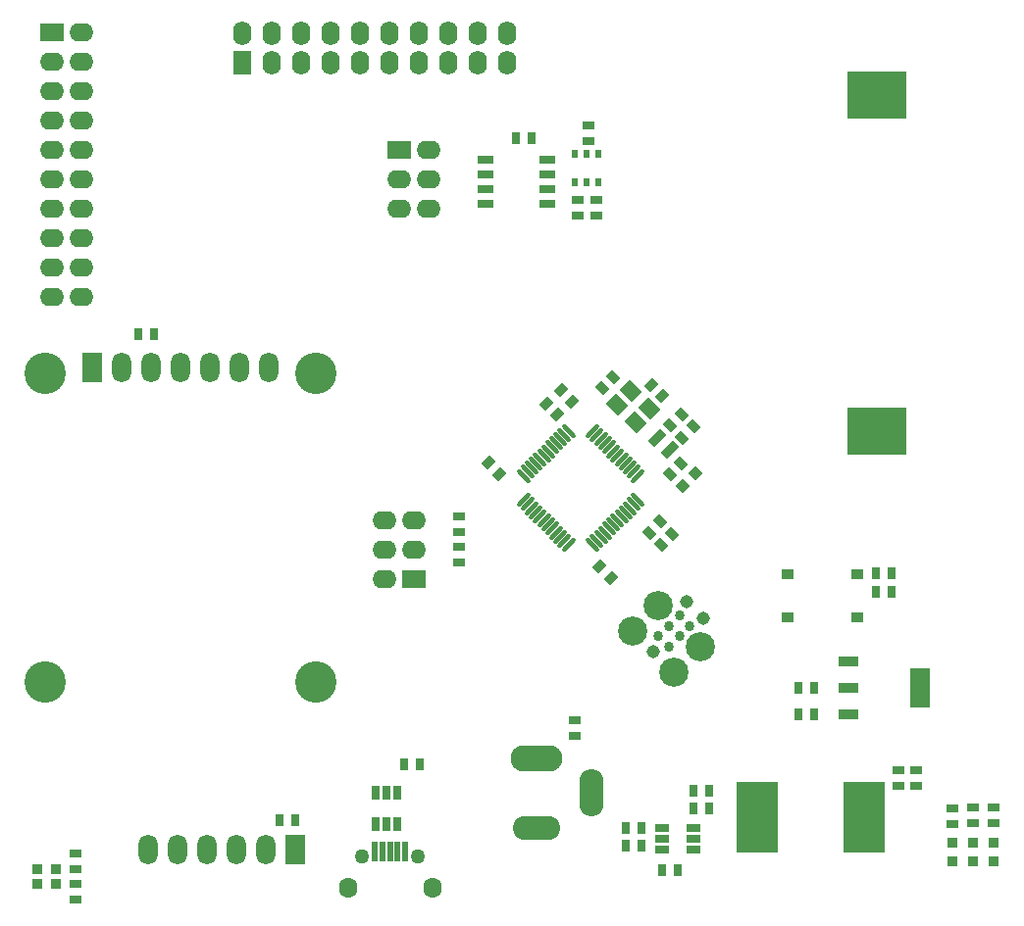
<source format=gts>
G04*
G04 #@! TF.GenerationSoftware,Altium Limited,Altium Designer,19.0.15 (446)*
G04*
G04 Layer_Color=8388736*
%FSLAX25Y25*%
%MOIN*%
G70*
G01*
G75*
%ADD39R,0.01874X0.06598*%
%ADD40R,0.04039X0.03055*%
%ADD41R,0.06598X0.13685*%
%ADD42R,0.06598X0.03646*%
%ADD43R,0.05811X0.02661*%
%ADD44R,0.01874X0.02661*%
G04:AMPARAMS|DCode=45|XSize=30.55mil|YSize=40.39mil|CornerRadius=0mil|HoleSize=0mil|Usage=FLASHONLY|Rotation=315.000|XOffset=0mil|YOffset=0mil|HoleType=Round|Shape=Rectangle|*
%AMROTATEDRECTD45*
4,1,4,-0.02508,-0.00348,0.00348,0.02508,0.02508,0.00348,-0.00348,-0.02508,-0.02508,-0.00348,0.0*
%
%ADD45ROTATEDRECTD45*%

G04:AMPARAMS|DCode=46|XSize=30.55mil|YSize=40.39mil|CornerRadius=0mil|HoleSize=0mil|Usage=FLASHONLY|Rotation=225.000|XOffset=0mil|YOffset=0mil|HoleType=Round|Shape=Rectangle|*
%AMROTATEDRECTD46*
4,1,4,-0.00348,0.02508,0.02508,-0.00348,0.00348,-0.02508,-0.02508,0.00348,-0.00348,0.02508,0.0*
%
%ADD46ROTATEDRECTD46*%

G04:AMPARAMS|DCode=47|XSize=30.55mil|YSize=58.11mil|CornerRadius=0mil|HoleSize=0mil|Usage=FLASHONLY|Rotation=315.000|XOffset=0mil|YOffset=0mil|HoleType=Round|Shape=Rectangle|*
%AMROTATEDRECTD47*
4,1,4,-0.03135,-0.00974,0.00974,0.03135,0.03135,0.00974,-0.00974,-0.03135,-0.03135,-0.00974,0.0*
%
%ADD47ROTATEDRECTD47*%

G04:AMPARAMS|DCode=48|XSize=58.11mil|YSize=50.24mil|CornerRadius=0mil|HoleSize=0mil|Usage=FLASHONLY|Rotation=315.000|XOffset=0mil|YOffset=0mil|HoleType=Round|Shape=Rectangle|*
%AMROTATEDRECTD48*
4,1,4,-0.03831,0.00278,-0.00278,0.03831,0.03831,-0.00278,0.00278,-0.03831,-0.03831,0.00278,0.0*
%
%ADD48ROTATEDRECTD48*%

%ADD49P,0.04877X4X90.0*%
%ADD50C,0.03398*%
G04:AMPARAMS|DCode=51|XSize=14.8mil|YSize=60.08mil|CornerRadius=0mil|HoleSize=0mil|Usage=FLASHONLY|Rotation=315.000|XOffset=0mil|YOffset=0mil|HoleType=Round|Shape=Round|*
%AMOVALD51*
21,1,0.04528,0.01480,0.00000,0.00000,45.0*
1,1,0.01480,-0.01601,-0.01601*
1,1,0.01480,0.01601,0.01601*
%
%ADD51OVALD51*%

G04:AMPARAMS|DCode=52|XSize=14.8mil|YSize=60.08mil|CornerRadius=0mil|HoleSize=0mil|Usage=FLASHONLY|Rotation=225.000|XOffset=0mil|YOffset=0mil|HoleType=Round|Shape=Round|*
%AMOVALD52*
21,1,0.04528,0.01480,0.00000,0.00000,315.0*
1,1,0.01480,-0.01601,0.01601*
1,1,0.01480,0.01601,-0.01601*
%
%ADD52OVALD52*%

%ADD53R,0.03055X0.04039*%
%ADD54R,0.03449X0.03449*%
%ADD55R,0.04630X0.02661*%
%ADD56R,0.03449X0.03449*%
%ADD57R,0.02661X0.04630*%
%ADD58R,0.19984X0.16047*%
%ADD59R,0.04236X0.03252*%
%ADD60R,0.14079X0.23921*%
%ADD61O,0.08173X0.16047*%
%ADD62O,0.17622X0.08961*%
%ADD63O,0.16047X0.08173*%
%ADD64O,0.06205X0.06992*%
%ADD65C,0.05024*%
%ADD66O,0.06598X0.10142*%
%ADD67R,0.06598X0.10142*%
%ADD68C,0.14079*%
%ADD69C,0.04500*%
%ADD70C,0.09949*%
%ADD71O,0.06205X0.08173*%
%ADD72R,0.06205X0.08173*%
%ADD73O,0.08173X0.06205*%
%ADD74R,0.08173X0.06205*%
D39*
X141142Y21874D02*
D03*
X130905D02*
D03*
X133465D02*
D03*
X136024D02*
D03*
X138583D02*
D03*
D40*
X198787Y61354D02*
D03*
Y66669D02*
D03*
X159300Y130688D02*
D03*
Y136003D02*
D03*
Y120485D02*
D03*
Y125800D02*
D03*
X203400Y268915D02*
D03*
Y263600D02*
D03*
X199665Y243684D02*
D03*
Y238369D02*
D03*
X206037D02*
D03*
Y243684D02*
D03*
X341287Y31791D02*
D03*
Y37106D02*
D03*
X327287Y31476D02*
D03*
Y36791D02*
D03*
X334287Y31791D02*
D03*
Y37106D02*
D03*
X308787Y49669D02*
D03*
Y44354D02*
D03*
X29000Y16000D02*
D03*
Y21315D02*
D03*
Y11000D02*
D03*
Y5685D02*
D03*
X314787Y49669D02*
D03*
Y44354D02*
D03*
D41*
X316000Y77669D02*
D03*
D42*
X291787Y86724D02*
D03*
Y77669D02*
D03*
Y68614D02*
D03*
D43*
X189332Y242200D02*
D03*
Y247200D02*
D03*
Y252200D02*
D03*
Y257200D02*
D03*
X168466Y242200D02*
D03*
Y247200D02*
D03*
Y252200D02*
D03*
Y257200D02*
D03*
D44*
X206637Y259442D02*
D03*
X202700D02*
D03*
X198763D02*
D03*
X206637Y249600D02*
D03*
X202700D02*
D03*
X198763D02*
D03*
D45*
X224787Y180669D02*
D03*
X228546Y176911D02*
D03*
X192787Y170669D02*
D03*
X189029Y174427D02*
D03*
X194029Y178831D02*
D03*
X197787Y175072D02*
D03*
X173258Y150462D02*
D03*
X169500Y154220D02*
D03*
X210958Y115142D02*
D03*
X207200Y118900D02*
D03*
D46*
X231287Y166969D02*
D03*
X235046Y170728D02*
D03*
X239021Y166552D02*
D03*
X235263Y162794D02*
D03*
X211751Y183428D02*
D03*
X207993Y179669D02*
D03*
X231087Y150369D02*
D03*
X234846Y154128D02*
D03*
X224029Y130475D02*
D03*
X227787Y134234D02*
D03*
X228029Y126300D02*
D03*
X231787Y130058D02*
D03*
D47*
X226787Y162669D02*
D03*
X230963Y158493D02*
D03*
D48*
X213172Y174061D02*
D03*
X219297Y167937D02*
D03*
X224029Y172669D02*
D03*
X217905Y178794D02*
D03*
D49*
X235433Y146315D02*
D03*
X239887Y150769D02*
D03*
D50*
X227252Y95205D02*
D03*
X230787Y91669D02*
D03*
Y98740D02*
D03*
X237859D02*
D03*
X234323Y102276D02*
D03*
Y95205D02*
D03*
D51*
X214637Y155343D02*
D03*
X216029Y153951D02*
D03*
X220205Y149776D02*
D03*
X217421Y152559D02*
D03*
X218813Y151168D02*
D03*
X207678Y162303D02*
D03*
X209069Y160911D02*
D03*
X204894Y165087D02*
D03*
X206286Y163695D02*
D03*
X211853Y158127D02*
D03*
X213245Y156735D02*
D03*
X210461Y159519D02*
D03*
X191113Y131819D02*
D03*
X195289Y127644D02*
D03*
X196681Y126252D02*
D03*
X192505Y130428D02*
D03*
X193897Y129036D02*
D03*
X184154Y138779D02*
D03*
X185546Y137387D02*
D03*
X181370Y141563D02*
D03*
X182762Y140171D02*
D03*
X188330Y134603D02*
D03*
X189722Y133211D02*
D03*
X186938Y135995D02*
D03*
D52*
X220205Y141563D02*
D03*
X218813Y140171D02*
D03*
X217421Y138779D02*
D03*
X216029Y137387D02*
D03*
X214637Y135995D02*
D03*
X213245Y134603D02*
D03*
X211853Y133211D02*
D03*
X210461Y131819D02*
D03*
X209069Y130428D02*
D03*
X207678Y129036D02*
D03*
X206286Y127644D02*
D03*
X204894Y126252D02*
D03*
X196681Y165087D02*
D03*
X195289Y163695D02*
D03*
X193897Y162303D02*
D03*
X192505Y160911D02*
D03*
X191113Y159519D02*
D03*
X189722Y158127D02*
D03*
X188330Y156735D02*
D03*
X186938Y155343D02*
D03*
X185546Y153951D02*
D03*
X184154Y152559D02*
D03*
X182762Y151168D02*
D03*
X181370Y149776D02*
D03*
D53*
X306300Y116500D02*
D03*
X300985D02*
D03*
X306402Y110408D02*
D03*
X301087D02*
D03*
X274787Y77724D02*
D03*
X280102D02*
D03*
X274787Y68614D02*
D03*
X280102D02*
D03*
X239213Y42669D02*
D03*
X244528D02*
D03*
Y36669D02*
D03*
X239213D02*
D03*
X228583Y15669D02*
D03*
X233898D02*
D03*
X216150Y30150D02*
D03*
X221465D02*
D03*
X146000Y51600D02*
D03*
X140685D02*
D03*
X184200Y264600D02*
D03*
X178885D02*
D03*
X216150Y24150D02*
D03*
X221465D02*
D03*
X98400Y32600D02*
D03*
X103715D02*
D03*
X50500Y198100D02*
D03*
X55815D02*
D03*
D54*
X334287Y25091D02*
D03*
Y18791D02*
D03*
X341287D02*
D03*
Y25091D02*
D03*
X327287Y18791D02*
D03*
Y25091D02*
D03*
D55*
X228583Y22669D02*
D03*
Y26409D02*
D03*
Y30150D02*
D03*
X239213D02*
D03*
Y26409D02*
D03*
Y22669D02*
D03*
D56*
X16150Y16000D02*
D03*
X22449D02*
D03*
Y11000D02*
D03*
X16150D02*
D03*
D57*
X131047Y41984D02*
D03*
X134787D02*
D03*
X138528D02*
D03*
Y31354D02*
D03*
X134787D02*
D03*
X131047D02*
D03*
D58*
X301500Y165027D02*
D03*
Y279200D02*
D03*
D59*
X294787Y116433D02*
D03*
X271165D02*
D03*
Y101669D02*
D03*
X294787D02*
D03*
D60*
X297008Y33669D02*
D03*
X260787D02*
D03*
D61*
X204291Y41961D02*
D03*
D62*
X185787Y53772D02*
D03*
D63*
Y30150D02*
D03*
D64*
X121752Y9669D02*
D03*
X150295D02*
D03*
D65*
X145571Y20276D02*
D03*
X126476Y20274D02*
D03*
D66*
X54787Y186669D02*
D03*
X44787D02*
D03*
X64787D02*
D03*
X84787D02*
D03*
X74787D02*
D03*
X94787D02*
D03*
X63787Y22669D02*
D03*
X73787D02*
D03*
X93787D02*
D03*
X83787D02*
D03*
X53787D02*
D03*
D67*
X34787Y186669D02*
D03*
X103787Y22669D02*
D03*
D68*
X18787Y184669D02*
D03*
X110787D02*
D03*
Y79669D02*
D03*
X18787D02*
D03*
D69*
X225484Y89902D02*
D03*
X236798Y106872D02*
D03*
X242455Y101215D02*
D03*
D70*
X218413Y96973D02*
D03*
X232555Y82830D02*
D03*
X227252Y105811D02*
D03*
X241394Y91669D02*
D03*
D71*
X175900Y300200D02*
D03*
X165900D02*
D03*
X155900D02*
D03*
X145900D02*
D03*
X135900D02*
D03*
X125900D02*
D03*
X115900D02*
D03*
X105900D02*
D03*
X95900D02*
D03*
X85900D02*
D03*
X95900Y290200D02*
D03*
X105900D02*
D03*
X115900D02*
D03*
X125900D02*
D03*
X135900D02*
D03*
X145900D02*
D03*
X155900D02*
D03*
X165900D02*
D03*
X175900D02*
D03*
D72*
X85900D02*
D03*
D73*
X31200Y210800D02*
D03*
Y220800D02*
D03*
Y230800D02*
D03*
Y240800D02*
D03*
Y250800D02*
D03*
Y260800D02*
D03*
Y270800D02*
D03*
Y280800D02*
D03*
Y290800D02*
D03*
Y300800D02*
D03*
X21200Y290800D02*
D03*
Y280800D02*
D03*
Y270800D02*
D03*
Y260800D02*
D03*
Y250800D02*
D03*
Y240800D02*
D03*
Y230800D02*
D03*
Y220800D02*
D03*
Y210800D02*
D03*
X139087Y240569D02*
D03*
Y250569D02*
D03*
X149087Y260569D02*
D03*
Y250569D02*
D03*
Y240569D02*
D03*
X134000Y134500D02*
D03*
Y124500D02*
D03*
Y114500D02*
D03*
X144000Y124500D02*
D03*
Y134500D02*
D03*
D74*
X21200Y300800D02*
D03*
X139087Y260569D02*
D03*
X144000Y114500D02*
D03*
M02*

</source>
